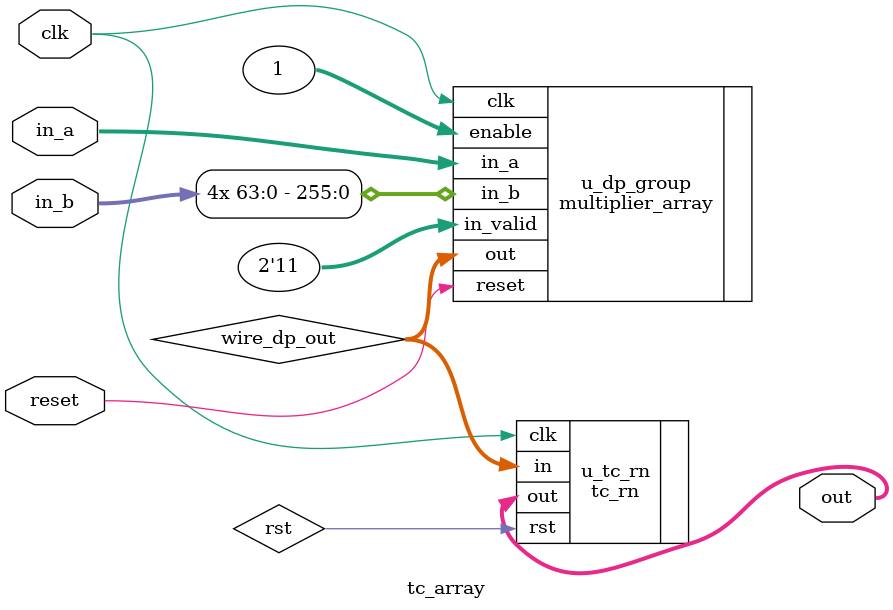
<source format=v>
`timescale 1ns / 1ps

module tc_array #(
    parameter N_UNIT = 32,
    parameter TILE_M = 4,
    parameter TILE_K = 8,
    parameter DW_DATA = 8
) (
    input clk,
    input reset,
    // input 
    input [N_UNIT*DW_DATA-1:0] in_a,
    input [TILE_K*DW_DATA-1:0] in_b,
    // output
    output [TILE_M*DW_DATA-1:0] out
);

    wire [N_UNIT*DW_DATA-1:0] wire_dp_out;
    
    multiplier_array #(
        .N_UNIT(N_UNIT),
        .DW_DATA(DW_DATA)
    ) u_dp_group (
        .clk(clk),
        .reset(reset),
        .enable(1),
        .in_a(in_a),
        .in_b({4{in_b}}),
        .in_valid(2'b11),
        .out(wire_dp_out)
    );

    tc_rn #(
        .DW_DATA(DW_DATA)
    ) u_tc_rn (
        .clk(clk),
        .rst(rst),
        .in(wire_dp_out),
        .out(out)
    );

endmodule
</source>
